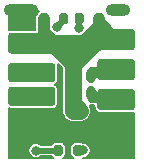
<source format=gbr>
%TF.GenerationSoftware,KiCad,Pcbnew,(5.1.8)-1*%
%TF.CreationDate,2022-12-23T20:51:48-06:00*%
%TF.ProjectId,pcb,7063622e-6b69-4636-9164-5f7063625858,rev?*%
%TF.SameCoordinates,Original*%
%TF.FileFunction,Copper,L2,Bot*%
%TF.FilePolarity,Positive*%
%FSLAX46Y46*%
G04 Gerber Fmt 4.6, Leading zero omitted, Abs format (unit mm)*
G04 Created by KiCad (PCBNEW (5.1.8)-1) date 2022-12-23 20:51:48*
%MOMM*%
%LPD*%
G01*
G04 APERTURE LIST*
%TA.AperFunction,ComponentPad*%
%ADD10O,2.400000X1.000000*%
%TD*%
%TA.AperFunction,ComponentPad*%
%ADD11O,2.100000X1.000000*%
%TD*%
%TA.AperFunction,SMDPad,CuDef*%
%ADD12R,1.250000X1.000000*%
%TD*%
%TA.AperFunction,ViaPad*%
%ADD13C,0.800000*%
%TD*%
%TA.AperFunction,ViaPad*%
%ADD14C,0.700000*%
%TD*%
%TA.AperFunction,Conductor*%
%ADD15C,1.400000*%
%TD*%
%TA.AperFunction,Conductor*%
%ADD16C,1.000000*%
%TD*%
%TA.AperFunction,Conductor*%
%ADD17C,0.500000*%
%TD*%
%TA.AperFunction,Conductor*%
%ADD18C,0.180000*%
%TD*%
%TA.AperFunction,Conductor*%
%ADD19C,0.100000*%
%TD*%
G04 APERTURE END LIST*
%TO.P,P1,1*%
%TO.N,+5V*%
%TA.AperFunction,SMDPad,CuDef*%
G36*
G01*
X137434100Y-97200000D02*
X140904900Y-97200000D01*
G75*
G02*
X141169500Y-97464600I0J-264600D01*
G01*
X141169500Y-98735400D01*
G75*
G02*
X140904900Y-99000000I-264600J0D01*
G01*
X137434100Y-99000000D01*
G75*
G02*
X137169500Y-98735400I0J264600D01*
G01*
X137169500Y-97464600D01*
G75*
G02*
X137434100Y-97200000I264600J0D01*
G01*
G37*
%TD.AperFunction*%
%TO.P,P1,2*%
%TO.N,USB_D-*%
%TA.AperFunction,SMDPad,CuDef*%
G36*
G01*
X137404700Y-99800000D02*
X140934300Y-99800000D01*
G75*
G02*
X141169500Y-100035200I0J-235200D01*
G01*
X141169500Y-101164800D01*
G75*
G02*
X140934300Y-101400000I-235200J0D01*
G01*
X137404700Y-101400000D01*
G75*
G02*
X137169500Y-101164800I0J235200D01*
G01*
X137169500Y-100035200D01*
G75*
G02*
X137404700Y-99800000I235200J0D01*
G01*
G37*
%TD.AperFunction*%
%TO.P,P1,3*%
%TO.N,USB_D+*%
%TA.AperFunction,SMDPad,CuDef*%
G36*
G01*
X137404700Y-101800000D02*
X140934300Y-101800000D01*
G75*
G02*
X141169500Y-102035200I0J-235200D01*
G01*
X141169500Y-103164800D01*
G75*
G02*
X140934300Y-103400000I-235200J0D01*
G01*
X137404700Y-103400000D01*
G75*
G02*
X137169500Y-103164800I0J235200D01*
G01*
X137169500Y-102035200D01*
G75*
G02*
X137404700Y-101800000I235200J0D01*
G01*
G37*
%TD.AperFunction*%
%TO.P,P1,4*%
%TO.N,GND*%
%TA.AperFunction,SMDPad,CuDef*%
G36*
G01*
X137434100Y-104200000D02*
X140904900Y-104200000D01*
G75*
G02*
X141169500Y-104464600I0J-264600D01*
G01*
X141169500Y-105735400D01*
G75*
G02*
X140904900Y-106000000I-264600J0D01*
G01*
X137434100Y-106000000D01*
G75*
G02*
X137169500Y-105735400I0J264600D01*
G01*
X137169500Y-104464600D01*
G75*
G02*
X137434100Y-104200000I264600J0D01*
G01*
G37*
%TD.AperFunction*%
D10*
X137985500Y-95250000D03*
%TD*%
D11*
%TO.P,SW1,2*%
%TO.N,Net-(SW1-Pad2)*%
X146457500Y-95250000D03*
%TO.P,SW1,1*%
%TO.N,GND*%
X138657500Y-95250000D03*
%TD*%
%TO.P,J1,2*%
%TO.N,+5V*%
%TA.AperFunction,SMDPad,CuDef*%
G36*
G01*
X144718500Y-98425400D02*
X144718500Y-97154600D01*
G75*
G02*
X144983100Y-96890000I264600J0D01*
G01*
X147653900Y-96890000D01*
G75*
G02*
X147918500Y-97154600I0J-264600D01*
G01*
X147918500Y-98425400D01*
G75*
G02*
X147653900Y-98690000I-264600J0D01*
G01*
X144983100Y-98690000D01*
G75*
G02*
X144718500Y-98425400I0J264600D01*
G01*
G37*
%TD.AperFunction*%
%TO.P,J1,4*%
%TO.N,MS_DATA*%
%TA.AperFunction,SMDPad,CuDef*%
G36*
G01*
X144718500Y-100965400D02*
X144718500Y-99694600D01*
G75*
G02*
X144983100Y-99430000I264600J0D01*
G01*
X147653900Y-99430000D01*
G75*
G02*
X147918500Y-99694600I0J-264600D01*
G01*
X147918500Y-100965400D01*
G75*
G02*
X147653900Y-101230000I-264600J0D01*
G01*
X144983100Y-101230000D01*
G75*
G02*
X144718500Y-100965400I0J264600D01*
G01*
G37*
%TD.AperFunction*%
%TO.P,J1,6*%
%TO.N,MS_CLK*%
%TA.AperFunction,SMDPad,CuDef*%
G36*
G01*
X144718500Y-103505400D02*
X144718500Y-102234600D01*
G75*
G02*
X144983100Y-101970000I264600J0D01*
G01*
X147653900Y-101970000D01*
G75*
G02*
X147918500Y-102234600I0J-264600D01*
G01*
X147918500Y-103505400D01*
G75*
G02*
X147653900Y-103770000I-264600J0D01*
G01*
X144983100Y-103770000D01*
G75*
G02*
X144718500Y-103505400I0J264600D01*
G01*
G37*
%TD.AperFunction*%
%TO.P,J1,8*%
%TO.N,GND*%
%TA.AperFunction,SMDPad,CuDef*%
G36*
G01*
X144718500Y-106045400D02*
X144718500Y-104774600D01*
G75*
G02*
X144983100Y-104510000I264600J0D01*
G01*
X147653900Y-104510000D01*
G75*
G02*
X147918500Y-104774600I0J-264600D01*
G01*
X147918500Y-106045400D01*
G75*
G02*
X147653900Y-106310000I-264600J0D01*
G01*
X144983100Y-106310000D01*
G75*
G02*
X144718500Y-106045400I0J264600D01*
G01*
G37*
%TD.AperFunction*%
%TD*%
D12*
%TO.P,C1,1*%
%TO.N,+5V*%
X142875000Y-103711500D03*
%TO.P,C1,2*%
%TO.N,GND*%
X142875000Y-105711500D03*
%TD*%
%TO.P,R1,1*%
%TO.N,+5V*%
%TA.AperFunction,SMDPad,CuDef*%
G36*
G01*
X145243000Y-95737000D02*
X145243000Y-96287000D01*
G75*
G02*
X145043000Y-96487000I-200000J0D01*
G01*
X144643000Y-96487000D01*
G75*
G02*
X144443000Y-96287000I0J200000D01*
G01*
X144443000Y-95737000D01*
G75*
G02*
X144643000Y-95537000I200000J0D01*
G01*
X145043000Y-95537000D01*
G75*
G02*
X145243000Y-95737000I0J-200000D01*
G01*
G37*
%TD.AperFunction*%
%TO.P,R1,2*%
%TO.N,KB_DATA*%
%TA.AperFunction,SMDPad,CuDef*%
G36*
G01*
X143593000Y-95737000D02*
X143593000Y-96287000D01*
G75*
G02*
X143393000Y-96487000I-200000J0D01*
G01*
X142993000Y-96487000D01*
G75*
G02*
X142793000Y-96287000I0J200000D01*
G01*
X142793000Y-95737000D01*
G75*
G02*
X142993000Y-95537000I200000J0D01*
G01*
X143393000Y-95537000D01*
G75*
G02*
X143593000Y-95737000I0J-200000D01*
G01*
G37*
%TD.AperFunction*%
%TD*%
%TO.P,R2,2*%
%TO.N,KB_CLK*%
%TA.AperFunction,SMDPad,CuDef*%
G36*
G01*
X141458500Y-96287000D02*
X141458500Y-95737000D01*
G75*
G02*
X141658500Y-95537000I200000J0D01*
G01*
X142058500Y-95537000D01*
G75*
G02*
X142258500Y-95737000I0J-200000D01*
G01*
X142258500Y-96287000D01*
G75*
G02*
X142058500Y-96487000I-200000J0D01*
G01*
X141658500Y-96487000D01*
G75*
G02*
X141458500Y-96287000I0J200000D01*
G01*
G37*
%TD.AperFunction*%
%TO.P,R2,1*%
%TO.N,+5V*%
%TA.AperFunction,SMDPad,CuDef*%
G36*
G01*
X139808500Y-96287000D02*
X139808500Y-95737000D01*
G75*
G02*
X140008500Y-95537000I200000J0D01*
G01*
X140408500Y-95537000D01*
G75*
G02*
X140608500Y-95737000I0J-200000D01*
G01*
X140608500Y-96287000D01*
G75*
G02*
X140408500Y-96487000I-200000J0D01*
G01*
X140008500Y-96487000D01*
G75*
G02*
X139808500Y-96287000I0J200000D01*
G01*
G37*
%TD.AperFunction*%
%TD*%
%TO.P,R3,1*%
%TO.N,+5V*%
%TA.AperFunction,SMDPad,CuDef*%
G36*
G01*
X142285000Y-100986000D02*
X142285000Y-100436000D01*
G75*
G02*
X142485000Y-100236000I200000J0D01*
G01*
X142885000Y-100236000D01*
G75*
G02*
X143085000Y-100436000I0J-200000D01*
G01*
X143085000Y-100986000D01*
G75*
G02*
X142885000Y-101186000I-200000J0D01*
G01*
X142485000Y-101186000D01*
G75*
G02*
X142285000Y-100986000I0J200000D01*
G01*
G37*
%TD.AperFunction*%
%TO.P,R3,2*%
%TO.N,MS_DATA*%
%TA.AperFunction,SMDPad,CuDef*%
G36*
G01*
X143935000Y-100986000D02*
X143935000Y-100436000D01*
G75*
G02*
X144135000Y-100236000I200000J0D01*
G01*
X144535000Y-100236000D01*
G75*
G02*
X144735000Y-100436000I0J-200000D01*
G01*
X144735000Y-100986000D01*
G75*
G02*
X144535000Y-101186000I-200000J0D01*
G01*
X144135000Y-101186000D01*
G75*
G02*
X143935000Y-100986000I0J200000D01*
G01*
G37*
%TD.AperFunction*%
%TD*%
%TO.P,R4,2*%
%TO.N,MS_CLK*%
%TA.AperFunction,SMDPad,CuDef*%
G36*
G01*
X143935000Y-102764000D02*
X143935000Y-102214000D01*
G75*
G02*
X144135000Y-102014000I200000J0D01*
G01*
X144535000Y-102014000D01*
G75*
G02*
X144735000Y-102214000I0J-200000D01*
G01*
X144735000Y-102764000D01*
G75*
G02*
X144535000Y-102964000I-200000J0D01*
G01*
X144135000Y-102964000D01*
G75*
G02*
X143935000Y-102764000I0J200000D01*
G01*
G37*
%TD.AperFunction*%
%TO.P,R4,1*%
%TO.N,+5V*%
%TA.AperFunction,SMDPad,CuDef*%
G36*
G01*
X142285000Y-102764000D02*
X142285000Y-102214000D01*
G75*
G02*
X142485000Y-102014000I200000J0D01*
G01*
X142885000Y-102014000D01*
G75*
G02*
X143085000Y-102214000I0J-200000D01*
G01*
X143085000Y-102764000D01*
G75*
G02*
X142885000Y-102964000I-200000J0D01*
G01*
X142485000Y-102964000D01*
G75*
G02*
X142285000Y-102764000I0J200000D01*
G01*
G37*
%TD.AperFunction*%
%TD*%
%TO.P,R5,1*%
%TO.N,+5V*%
%TA.AperFunction,SMDPad,CuDef*%
G36*
G01*
X143465000Y-106913000D02*
X143465000Y-107463000D01*
G75*
G02*
X143265000Y-107663000I-200000J0D01*
G01*
X142865000Y-107663000D01*
G75*
G02*
X142665000Y-107463000I0J200000D01*
G01*
X142665000Y-106913000D01*
G75*
G02*
X142865000Y-106713000I200000J0D01*
G01*
X143265000Y-106713000D01*
G75*
G02*
X143465000Y-106913000I0J-200000D01*
G01*
G37*
%TD.AperFunction*%
%TO.P,R5,2*%
%TO.N,Net-(D1-Pad2)*%
%TA.AperFunction,SMDPad,CuDef*%
G36*
G01*
X141815000Y-106913000D02*
X141815000Y-107463000D01*
G75*
G02*
X141615000Y-107663000I-200000J0D01*
G01*
X141215000Y-107663000D01*
G75*
G02*
X141015000Y-107463000I0J200000D01*
G01*
X141015000Y-106913000D01*
G75*
G02*
X141215000Y-106713000I200000J0D01*
G01*
X141615000Y-106713000D01*
G75*
G02*
X141815000Y-106913000I0J-200000D01*
G01*
G37*
%TD.AperFunction*%
%TD*%
D13*
%TO.N,+5V*%
X143179800Y-103842820D03*
X144716500Y-97282000D03*
X144716500Y-98298000D03*
X143516064Y-107181936D03*
%TO.N,GND*%
X144716500Y-104902000D03*
X146304000Y-106426000D03*
X144716500Y-105918000D03*
X138049000Y-96329500D03*
D14*
X141478000Y-103659940D03*
X142240000Y-106538410D03*
D13*
%TO.N,KB_DATA*%
X143192500Y-96774000D03*
%TO.N,KB_CLK*%
X141287500Y-96710500D03*
D14*
%TO.N,MS_DATA*%
X144145000Y-101155500D03*
%TO.N,MS_CLK*%
X144145000Y-102044500D03*
D13*
%TO.N,USB_D-*%
X139319000Y-100647500D03*
%TO.N,USB_D+*%
X139319000Y-102679500D03*
%TO.N,Net-(D1-Pad2)*%
X139509500Y-107188000D03*
%TD*%
D15*
%TO.N,+5V*%
X146255000Y-97790000D02*
X144780000Y-97790000D01*
X142628500Y-98100000D02*
X139360000Y-98100000D01*
D16*
X142558000Y-98170500D02*
X142628500Y-98100000D01*
X138938000Y-97868500D02*
X139169500Y-98100000D01*
X146304000Y-97775500D02*
X146318500Y-97790000D01*
D15*
X142685000Y-100330000D02*
X142685000Y-102870000D01*
X142685000Y-103244305D02*
X143266415Y-103825720D01*
X142685000Y-102870000D02*
X142685000Y-103244305D01*
X142685000Y-99823500D02*
X142685000Y-100711000D01*
X144718500Y-97790000D02*
X142685000Y-99823500D01*
X146318500Y-97790000D02*
X144718500Y-97790000D01*
X140961500Y-98100000D02*
X142685000Y-99823500D01*
X139169500Y-98100000D02*
X140961500Y-98100000D01*
X144780000Y-97790000D02*
X144718500Y-97790000D01*
D16*
X146318500Y-97790000D02*
X145161000Y-97790000D01*
X144716500Y-98298000D02*
X144716500Y-97282000D01*
D15*
X142684500Y-103244805D02*
X142685000Y-103244305D01*
X142684500Y-103838500D02*
X142684500Y-103244805D01*
X143238980Y-103838500D02*
X143243300Y-103842820D01*
X142684500Y-103838500D02*
X143238980Y-103838500D01*
D16*
X144652500Y-97218000D02*
X144716500Y-97282000D01*
X144779500Y-97219000D02*
X144716500Y-97282000D01*
D15*
X144208500Y-97790000D02*
X143898500Y-98100000D01*
X146318500Y-97790000D02*
X144208500Y-97790000D01*
D16*
X140208500Y-97185502D02*
X141122998Y-98100000D01*
X140208500Y-96012000D02*
X140208500Y-97185502D01*
D15*
X142042000Y-98100000D02*
X143898500Y-98100000D01*
D16*
X141122998Y-98100000D02*
X142042000Y-98100000D01*
D15*
X139169500Y-98100000D02*
X142042000Y-98100000D01*
D16*
X143420502Y-98100000D02*
X142628500Y-98100000D01*
X144843000Y-96677502D02*
X143420502Y-98100000D01*
X144843000Y-96012000D02*
X144843000Y-96677502D01*
X144843000Y-96314500D02*
X146318500Y-97790000D01*
X144843000Y-96012000D02*
X144843000Y-96314500D01*
D17*
X143510000Y-107188000D02*
X143516064Y-107181936D01*
X143065000Y-107188000D02*
X143510000Y-107188000D01*
%TO.N,KB_DATA*%
X143129500Y-96711000D02*
X143192500Y-96774000D01*
X143129500Y-96012000D02*
X143129500Y-96711000D01*
%TO.N,KB_CLK*%
X141858500Y-96139500D02*
X141287500Y-96710500D01*
X141858500Y-96012000D02*
X141858500Y-96139500D01*
%TO.N,MS_DATA*%
X144208000Y-100330000D02*
X146255000Y-100330000D01*
X144018000Y-101092000D02*
X144018000Y-100647000D01*
X144018000Y-100647000D02*
X144335000Y-100330000D01*
%TO.N,MS_CLK*%
X146255000Y-102870000D02*
X144653000Y-102870000D01*
X144208000Y-102870000D02*
X146255000Y-102870000D01*
X144018000Y-102108000D02*
X144018000Y-102553000D01*
X144018000Y-102553000D02*
X144335000Y-102870000D01*
%TO.N,USB_D-*%
X139360000Y-100606500D02*
X139319000Y-100647500D01*
X139360000Y-100600000D02*
X139360000Y-100606500D01*
%TO.N,USB_D+*%
X139360000Y-102638500D02*
X139319000Y-102679500D01*
X139360000Y-102600000D02*
X139360000Y-102638500D01*
%TO.N,Net-(D1-Pad2)*%
X139509500Y-107188000D02*
X141415000Y-107188000D01*
%TD*%
D18*
%TO.N,GND*%
X141745000Y-100212861D02*
X141745000Y-100283824D01*
X141745001Y-102823814D01*
X141745000Y-102823824D01*
X141745000Y-103193551D01*
X141744500Y-103198628D01*
X141744500Y-103198638D01*
X141739953Y-103244805D01*
X141744500Y-103290972D01*
X141744500Y-103792323D01*
X141739952Y-103838500D01*
X141758101Y-104022772D01*
X141811851Y-104199963D01*
X141867347Y-104303788D01*
X141899137Y-104363263D01*
X142016604Y-104506396D01*
X142159737Y-104623863D01*
X142323037Y-104711149D01*
X142500228Y-104764899D01*
X142684500Y-104783048D01*
X142730677Y-104778500D01*
X143153270Y-104778500D01*
X143243299Y-104787367D01*
X143427571Y-104769218D01*
X143604762Y-104715468D01*
X143768062Y-104628182D01*
X143784638Y-104614579D01*
X143791178Y-104611083D01*
X143934311Y-104493616D01*
X144051778Y-104350483D01*
X144139063Y-104187183D01*
X144192813Y-104009992D01*
X144210962Y-103825720D01*
X144192813Y-103641447D01*
X144139063Y-103464256D01*
X144073278Y-103341180D01*
X144111943Y-103352909D01*
X144183938Y-103360000D01*
X144310945Y-103360000D01*
X144335000Y-103362369D01*
X144359055Y-103360000D01*
X144477339Y-103360000D01*
X144477339Y-103505400D01*
X144487057Y-103604069D01*
X144515838Y-103698946D01*
X144562575Y-103786386D01*
X144625473Y-103863027D01*
X144702114Y-103925925D01*
X144789554Y-103972662D01*
X144884431Y-104001443D01*
X144983100Y-104011161D01*
X147653900Y-104011161D01*
X147752569Y-104001443D01*
X147840001Y-103974921D01*
X147840001Y-107835000D01*
X143500390Y-107835000D01*
X143510096Y-107829812D01*
X143519693Y-107821936D01*
X143579099Y-107821936D01*
X143702745Y-107797341D01*
X143819218Y-107749097D01*
X143924040Y-107679057D01*
X144013185Y-107589912D01*
X144083225Y-107485090D01*
X144131469Y-107368617D01*
X144156064Y-107244971D01*
X144156064Y-107118901D01*
X144131469Y-106995255D01*
X144083225Y-106878782D01*
X144013185Y-106773960D01*
X143924040Y-106684815D01*
X143819218Y-106614775D01*
X143702745Y-106566531D01*
X143579099Y-106541936D01*
X143502141Y-106541936D01*
X143433825Y-106505420D01*
X143351066Y-106480316D01*
X143265000Y-106471839D01*
X142865000Y-106471839D01*
X142778934Y-106480316D01*
X142696175Y-106505420D01*
X142619904Y-106546188D01*
X142553052Y-106601052D01*
X142498188Y-106667904D01*
X142457420Y-106744175D01*
X142432316Y-106826934D01*
X142423839Y-106913000D01*
X142423839Y-107463000D01*
X142432316Y-107549066D01*
X142457420Y-107631825D01*
X142498188Y-107708096D01*
X142553052Y-107774948D01*
X142619904Y-107829812D01*
X142629610Y-107835000D01*
X141850390Y-107835000D01*
X141860096Y-107829812D01*
X141926948Y-107774948D01*
X141981812Y-107708096D01*
X142022580Y-107631825D01*
X142047684Y-107549066D01*
X142056161Y-107463000D01*
X142056161Y-106913000D01*
X142047684Y-106826934D01*
X142022580Y-106744175D01*
X141981812Y-106667904D01*
X141926948Y-106601052D01*
X141860096Y-106546188D01*
X141783825Y-106505420D01*
X141701066Y-106480316D01*
X141615000Y-106471839D01*
X141215000Y-106471839D01*
X141128934Y-106480316D01*
X141046175Y-106505420D01*
X140969904Y-106546188D01*
X140903052Y-106601052D01*
X140848188Y-106667904D01*
X140832101Y-106698000D01*
X139924597Y-106698000D01*
X139917476Y-106690879D01*
X139812654Y-106620839D01*
X139696181Y-106572595D01*
X139572535Y-106548000D01*
X139446465Y-106548000D01*
X139322819Y-106572595D01*
X139206346Y-106620839D01*
X139101524Y-106690879D01*
X139012379Y-106780024D01*
X138942339Y-106884846D01*
X138894095Y-107001319D01*
X138869500Y-107124965D01*
X138869500Y-107251035D01*
X138894095Y-107374681D01*
X138942339Y-107491154D01*
X139012379Y-107595976D01*
X139101524Y-107685121D01*
X139206346Y-107755161D01*
X139322819Y-107803405D01*
X139446465Y-107828000D01*
X139572535Y-107828000D01*
X139696181Y-107803405D01*
X139812654Y-107755161D01*
X139917476Y-107685121D01*
X139924597Y-107678000D01*
X140832101Y-107678000D01*
X140848188Y-107708096D01*
X140903052Y-107774948D01*
X140969904Y-107829812D01*
X140979610Y-107835000D01*
X137275000Y-107835000D01*
X137275000Y-103620855D01*
X137311767Y-103632008D01*
X137404700Y-103641161D01*
X140934300Y-103641161D01*
X141027233Y-103632008D01*
X141116595Y-103604900D01*
X141198952Y-103560880D01*
X141271138Y-103501638D01*
X141330380Y-103429452D01*
X141374400Y-103347095D01*
X141401508Y-103257733D01*
X141410661Y-103164800D01*
X141410661Y-102035200D01*
X141401508Y-101942267D01*
X141374400Y-101852905D01*
X141330380Y-101770548D01*
X141271138Y-101698362D01*
X141198952Y-101639120D01*
X141125762Y-101600000D01*
X141198952Y-101560880D01*
X141271138Y-101501638D01*
X141330380Y-101429452D01*
X141374400Y-101347095D01*
X141401508Y-101257733D01*
X141410661Y-101164800D01*
X141410661Y-100035200D01*
X141401508Y-99942267D01*
X141374400Y-99852905D01*
X141362178Y-99830038D01*
X141745000Y-100212861D01*
%TA.AperFunction,Conductor*%
D19*
G36*
X141745000Y-100212861D02*
G01*
X141745000Y-100283824D01*
X141745001Y-102823814D01*
X141745000Y-102823824D01*
X141745000Y-103193551D01*
X141744500Y-103198628D01*
X141744500Y-103198638D01*
X141739953Y-103244805D01*
X141744500Y-103290972D01*
X141744500Y-103792323D01*
X141739952Y-103838500D01*
X141758101Y-104022772D01*
X141811851Y-104199963D01*
X141867347Y-104303788D01*
X141899137Y-104363263D01*
X142016604Y-104506396D01*
X142159737Y-104623863D01*
X142323037Y-104711149D01*
X142500228Y-104764899D01*
X142684500Y-104783048D01*
X142730677Y-104778500D01*
X143153270Y-104778500D01*
X143243299Y-104787367D01*
X143427571Y-104769218D01*
X143604762Y-104715468D01*
X143768062Y-104628182D01*
X143784638Y-104614579D01*
X143791178Y-104611083D01*
X143934311Y-104493616D01*
X144051778Y-104350483D01*
X144139063Y-104187183D01*
X144192813Y-104009992D01*
X144210962Y-103825720D01*
X144192813Y-103641447D01*
X144139063Y-103464256D01*
X144073278Y-103341180D01*
X144111943Y-103352909D01*
X144183938Y-103360000D01*
X144310945Y-103360000D01*
X144335000Y-103362369D01*
X144359055Y-103360000D01*
X144477339Y-103360000D01*
X144477339Y-103505400D01*
X144487057Y-103604069D01*
X144515838Y-103698946D01*
X144562575Y-103786386D01*
X144625473Y-103863027D01*
X144702114Y-103925925D01*
X144789554Y-103972662D01*
X144884431Y-104001443D01*
X144983100Y-104011161D01*
X147653900Y-104011161D01*
X147752569Y-104001443D01*
X147840001Y-103974921D01*
X147840001Y-107835000D01*
X143500390Y-107835000D01*
X143510096Y-107829812D01*
X143519693Y-107821936D01*
X143579099Y-107821936D01*
X143702745Y-107797341D01*
X143819218Y-107749097D01*
X143924040Y-107679057D01*
X144013185Y-107589912D01*
X144083225Y-107485090D01*
X144131469Y-107368617D01*
X144156064Y-107244971D01*
X144156064Y-107118901D01*
X144131469Y-106995255D01*
X144083225Y-106878782D01*
X144013185Y-106773960D01*
X143924040Y-106684815D01*
X143819218Y-106614775D01*
X143702745Y-106566531D01*
X143579099Y-106541936D01*
X143502141Y-106541936D01*
X143433825Y-106505420D01*
X143351066Y-106480316D01*
X143265000Y-106471839D01*
X142865000Y-106471839D01*
X142778934Y-106480316D01*
X142696175Y-106505420D01*
X142619904Y-106546188D01*
X142553052Y-106601052D01*
X142498188Y-106667904D01*
X142457420Y-106744175D01*
X142432316Y-106826934D01*
X142423839Y-106913000D01*
X142423839Y-107463000D01*
X142432316Y-107549066D01*
X142457420Y-107631825D01*
X142498188Y-107708096D01*
X142553052Y-107774948D01*
X142619904Y-107829812D01*
X142629610Y-107835000D01*
X141850390Y-107835000D01*
X141860096Y-107829812D01*
X141926948Y-107774948D01*
X141981812Y-107708096D01*
X142022580Y-107631825D01*
X142047684Y-107549066D01*
X142056161Y-107463000D01*
X142056161Y-106913000D01*
X142047684Y-106826934D01*
X142022580Y-106744175D01*
X141981812Y-106667904D01*
X141926948Y-106601052D01*
X141860096Y-106546188D01*
X141783825Y-106505420D01*
X141701066Y-106480316D01*
X141615000Y-106471839D01*
X141215000Y-106471839D01*
X141128934Y-106480316D01*
X141046175Y-106505420D01*
X140969904Y-106546188D01*
X140903052Y-106601052D01*
X140848188Y-106667904D01*
X140832101Y-106698000D01*
X139924597Y-106698000D01*
X139917476Y-106690879D01*
X139812654Y-106620839D01*
X139696181Y-106572595D01*
X139572535Y-106548000D01*
X139446465Y-106548000D01*
X139322819Y-106572595D01*
X139206346Y-106620839D01*
X139101524Y-106690879D01*
X139012379Y-106780024D01*
X138942339Y-106884846D01*
X138894095Y-107001319D01*
X138869500Y-107124965D01*
X138869500Y-107251035D01*
X138894095Y-107374681D01*
X138942339Y-107491154D01*
X139012379Y-107595976D01*
X139101524Y-107685121D01*
X139206346Y-107755161D01*
X139322819Y-107803405D01*
X139446465Y-107828000D01*
X139572535Y-107828000D01*
X139696181Y-107803405D01*
X139812654Y-107755161D01*
X139917476Y-107685121D01*
X139924597Y-107678000D01*
X140832101Y-107678000D01*
X140848188Y-107708096D01*
X140903052Y-107774948D01*
X140969904Y-107829812D01*
X140979610Y-107835000D01*
X137275000Y-107835000D01*
X137275000Y-103620855D01*
X137311767Y-103632008D01*
X137404700Y-103641161D01*
X140934300Y-103641161D01*
X141027233Y-103632008D01*
X141116595Y-103604900D01*
X141198952Y-103560880D01*
X141271138Y-103501638D01*
X141330380Y-103429452D01*
X141374400Y-103347095D01*
X141401508Y-103257733D01*
X141410661Y-103164800D01*
X141410661Y-102035200D01*
X141401508Y-101942267D01*
X141374400Y-101852905D01*
X141330380Y-101770548D01*
X141271138Y-101698362D01*
X141198952Y-101639120D01*
X141125762Y-101600000D01*
X141198952Y-101560880D01*
X141271138Y-101501638D01*
X141330380Y-101429452D01*
X141374400Y-101347095D01*
X141401508Y-101257733D01*
X141410661Y-101164800D01*
X141410661Y-100035200D01*
X141401508Y-99942267D01*
X141374400Y-99852905D01*
X141362178Y-99830038D01*
X141745000Y-100212861D01*
G37*
%TD.AperFunction*%
D18*
X139763404Y-95370188D02*
X139696552Y-95425052D01*
X139641688Y-95491904D01*
X139600920Y-95568175D01*
X139592404Y-95596248D01*
X139590236Y-95598890D01*
X139521522Y-95727445D01*
X139479208Y-95866936D01*
X139468500Y-95975654D01*
X139468501Y-96958839D01*
X137434100Y-96958839D01*
X137335431Y-96968557D01*
X137275000Y-96986889D01*
X137275000Y-95365000D01*
X139773110Y-95365000D01*
X139763404Y-95370188D01*
%TA.AperFunction,Conductor*%
D19*
G36*
X139763404Y-95370188D02*
G01*
X139696552Y-95425052D01*
X139641688Y-95491904D01*
X139600920Y-95568175D01*
X139592404Y-95596248D01*
X139590236Y-95598890D01*
X139521522Y-95727445D01*
X139479208Y-95866936D01*
X139468500Y-95975654D01*
X139468501Y-96958839D01*
X137434100Y-96958839D01*
X137335431Y-96968557D01*
X137275000Y-96986889D01*
X137275000Y-95365000D01*
X139773110Y-95365000D01*
X139763404Y-95370188D01*
G37*
%TD.AperFunction*%
%TD*%
M02*

</source>
